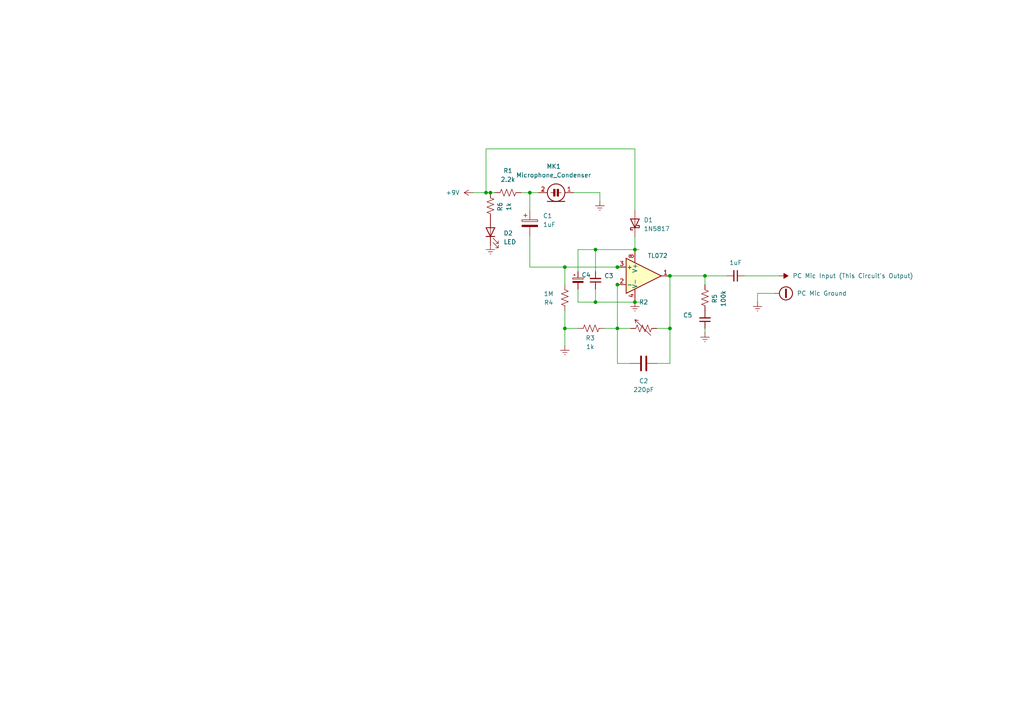
<source format=kicad_sch>
(kicad_sch
	(version 20250114)
	(generator "eeschema")
	(generator_version "9.0")
	(uuid "678531e7-eeee-471f-8438-12678a21b69b")
	(paper "A4")
	(lib_symbols
		(symbol "Amplifier_Operational:TL072"
			(pin_names
				(offset 0.127)
			)
			(exclude_from_sim no)
			(in_bom yes)
			(on_board yes)
			(property "Reference" "U"
				(at 0 5.08 0)
				(effects
					(font
						(size 1.27 1.27)
					)
					(justify left)
				)
			)
			(property "Value" "TL072"
				(at 0 -5.08 0)
				(effects
					(font
						(size 1.27 1.27)
					)
					(justify left)
				)
			)
			(property "Footprint" ""
				(at 0 0 0)
				(effects
					(font
						(size 1.27 1.27)
					)
					(hide yes)
				)
			)
			(property "Datasheet" "http://www.ti.com/lit/ds/symlink/tl071.pdf"
				(at 0 0 0)
				(effects
					(font
						(size 1.27 1.27)
					)
					(hide yes)
				)
			)
			(property "Description" "Dual Low-Noise JFET-Input Operational Amplifiers, DIP-8/SOIC-8"
				(at 0 0 0)
				(effects
					(font
						(size 1.27 1.27)
					)
					(hide yes)
				)
			)
			(property "ki_locked" ""
				(at 0 0 0)
				(effects
					(font
						(size 1.27 1.27)
					)
				)
			)
			(property "ki_keywords" "dual opamp"
				(at 0 0 0)
				(effects
					(font
						(size 1.27 1.27)
					)
					(hide yes)
				)
			)
			(property "ki_fp_filters" "SOIC*3.9x4.9mm*P1.27mm* DIP*W7.62mm* TO*99* OnSemi*Micro8* TSSOP*3x3mm*P0.65mm* TSSOP*4.4x3mm*P0.65mm* MSOP*3x3mm*P0.65mm* SSOP*3.9x4.9mm*P0.635mm* LFCSP*2x2mm*P0.5mm* *SIP* SOIC*5.3x6.2mm*P1.27mm*"
				(at 0 0 0)
				(effects
					(font
						(size 1.27 1.27)
					)
					(hide yes)
				)
			)
			(symbol "TL072_1_1"
				(polyline
					(pts
						(xy -5.08 5.08) (xy 5.08 0) (xy -5.08 -5.08) (xy -5.08 5.08)
					)
					(stroke
						(width 0.254)
						(type default)
					)
					(fill
						(type background)
					)
				)
				(pin input line
					(at -7.62 2.54 0)
					(length 2.54)
					(name "+"
						(effects
							(font
								(size 1.27 1.27)
							)
						)
					)
					(number "3"
						(effects
							(font
								(size 1.27 1.27)
							)
						)
					)
				)
				(pin input line
					(at -7.62 -2.54 0)
					(length 2.54)
					(name "-"
						(effects
							(font
								(size 1.27 1.27)
							)
						)
					)
					(number "2"
						(effects
							(font
								(size 1.27 1.27)
							)
						)
					)
				)
				(pin output line
					(at 7.62 0 180)
					(length 2.54)
					(name "~"
						(effects
							(font
								(size 1.27 1.27)
							)
						)
					)
					(number "1"
						(effects
							(font
								(size 1.27 1.27)
							)
						)
					)
				)
			)
			(symbol "TL072_2_1"
				(polyline
					(pts
						(xy -5.08 5.08) (xy 5.08 0) (xy -5.08 -5.08) (xy -5.08 5.08)
					)
					(stroke
						(width 0.254)
						(type default)
					)
					(fill
						(type background)
					)
				)
				(pin input line
					(at -7.62 2.54 0)
					(length 2.54)
					(name "+"
						(effects
							(font
								(size 1.27 1.27)
							)
						)
					)
					(number "5"
						(effects
							(font
								(size 1.27 1.27)
							)
						)
					)
				)
				(pin input line
					(at -7.62 -2.54 0)
					(length 2.54)
					(name "-"
						(effects
							(font
								(size 1.27 1.27)
							)
						)
					)
					(number "6"
						(effects
							(font
								(size 1.27 1.27)
							)
						)
					)
				)
				(pin output line
					(at 7.62 0 180)
					(length 2.54)
					(name "~"
						(effects
							(font
								(size 1.27 1.27)
							)
						)
					)
					(number "7"
						(effects
							(font
								(size 1.27 1.27)
							)
						)
					)
				)
			)
			(symbol "TL072_3_1"
				(pin power_in line
					(at -2.54 7.62 270)
					(length 3.81)
					(name "V+"
						(effects
							(font
								(size 1.27 1.27)
							)
						)
					)
					(number "8"
						(effects
							(font
								(size 1.27 1.27)
							)
						)
					)
				)
				(pin power_in line
					(at -2.54 -7.62 90)
					(length 3.81)
					(name "V-"
						(effects
							(font
								(size 1.27 1.27)
							)
						)
					)
					(number "4"
						(effects
							(font
								(size 1.27 1.27)
							)
						)
					)
				)
			)
			(embedded_fonts no)
		)
		(symbol "Device:C"
			(pin_numbers
				(hide yes)
			)
			(pin_names
				(offset 0.254)
			)
			(exclude_from_sim no)
			(in_bom yes)
			(on_board yes)
			(property "Reference" "C"
				(at 0.635 2.54 0)
				(effects
					(font
						(size 1.27 1.27)
					)
					(justify left)
				)
			)
			(property "Value" "C"
				(at 0.635 -2.54 0)
				(effects
					(font
						(size 1.27 1.27)
					)
					(justify left)
				)
			)
			(property "Footprint" ""
				(at 0.9652 -3.81 0)
				(effects
					(font
						(size 1.27 1.27)
					)
					(hide yes)
				)
			)
			(property "Datasheet" "~"
				(at 0 0 0)
				(effects
					(font
						(size 1.27 1.27)
					)
					(hide yes)
				)
			)
			(property "Description" "Unpolarized capacitor"
				(at 0 0 0)
				(effects
					(font
						(size 1.27 1.27)
					)
					(hide yes)
				)
			)
			(property "ki_keywords" "cap capacitor"
				(at 0 0 0)
				(effects
					(font
						(size 1.27 1.27)
					)
					(hide yes)
				)
			)
			(property "ki_fp_filters" "C_*"
				(at 0 0 0)
				(effects
					(font
						(size 1.27 1.27)
					)
					(hide yes)
				)
			)
			(symbol "C_0_1"
				(polyline
					(pts
						(xy -2.032 0.762) (xy 2.032 0.762)
					)
					(stroke
						(width 0.508)
						(type default)
					)
					(fill
						(type none)
					)
				)
				(polyline
					(pts
						(xy -2.032 -0.762) (xy 2.032 -0.762)
					)
					(stroke
						(width 0.508)
						(type default)
					)
					(fill
						(type none)
					)
				)
			)
			(symbol "C_1_1"
				(pin passive line
					(at 0 3.81 270)
					(length 2.794)
					(name "~"
						(effects
							(font
								(size 1.27 1.27)
							)
						)
					)
					(number "1"
						(effects
							(font
								(size 1.27 1.27)
							)
						)
					)
				)
				(pin passive line
					(at 0 -3.81 90)
					(length 2.794)
					(name "~"
						(effects
							(font
								(size 1.27 1.27)
							)
						)
					)
					(number "2"
						(effects
							(font
								(size 1.27 1.27)
							)
						)
					)
				)
			)
			(embedded_fonts no)
		)
		(symbol "Device:C_Polarized"
			(pin_numbers
				(hide yes)
			)
			(pin_names
				(offset 0.254)
			)
			(exclude_from_sim no)
			(in_bom yes)
			(on_board yes)
			(property "Reference" "C"
				(at 0.635 2.54 0)
				(effects
					(font
						(size 1.27 1.27)
					)
					(justify left)
				)
			)
			(property "Value" "C_Polarized"
				(at 0.635 -2.54 0)
				(effects
					(font
						(size 1.27 1.27)
					)
					(justify left)
				)
			)
			(property "Footprint" ""
				(at 0.9652 -3.81 0)
				(effects
					(font
						(size 1.27 1.27)
					)
					(hide yes)
				)
			)
			(property "Datasheet" "~"
				(at 0 0 0)
				(effects
					(font
						(size 1.27 1.27)
					)
					(hide yes)
				)
			)
			(property "Description" "Polarized capacitor"
				(at 0 0 0)
				(effects
					(font
						(size 1.27 1.27)
					)
					(hide yes)
				)
			)
			(property "ki_keywords" "cap capacitor"
				(at 0 0 0)
				(effects
					(font
						(size 1.27 1.27)
					)
					(hide yes)
				)
			)
			(property "ki_fp_filters" "CP_*"
				(at 0 0 0)
				(effects
					(font
						(size 1.27 1.27)
					)
					(hide yes)
				)
			)
			(symbol "C_Polarized_0_1"
				(rectangle
					(start -2.286 0.508)
					(end 2.286 1.016)
					(stroke
						(width 0)
						(type default)
					)
					(fill
						(type none)
					)
				)
				(polyline
					(pts
						(xy -1.778 2.286) (xy -0.762 2.286)
					)
					(stroke
						(width 0)
						(type default)
					)
					(fill
						(type none)
					)
				)
				(polyline
					(pts
						(xy -1.27 2.794) (xy -1.27 1.778)
					)
					(stroke
						(width 0)
						(type default)
					)
					(fill
						(type none)
					)
				)
				(rectangle
					(start 2.286 -0.508)
					(end -2.286 -1.016)
					(stroke
						(width 0)
						(type default)
					)
					(fill
						(type outline)
					)
				)
			)
			(symbol "C_Polarized_1_1"
				(pin passive line
					(at 0 3.81 270)
					(length 2.794)
					(name "~"
						(effects
							(font
								(size 1.27 1.27)
							)
						)
					)
					(number "1"
						(effects
							(font
								(size 1.27 1.27)
							)
						)
					)
				)
				(pin passive line
					(at 0 -3.81 90)
					(length 2.794)
					(name "~"
						(effects
							(font
								(size 1.27 1.27)
							)
						)
					)
					(number "2"
						(effects
							(font
								(size 1.27 1.27)
							)
						)
					)
				)
			)
			(embedded_fonts no)
		)
		(symbol "Device:C_Polarized_Small"
			(pin_numbers
				(hide yes)
			)
			(pin_names
				(offset 0.254)
				(hide yes)
			)
			(exclude_from_sim no)
			(in_bom yes)
			(on_board yes)
			(property "Reference" "C"
				(at 0.254 1.778 0)
				(effects
					(font
						(size 1.27 1.27)
					)
					(justify left)
				)
			)
			(property "Value" "C_Polarized_Small"
				(at 0.254 -2.032 0)
				(effects
					(font
						(size 1.27 1.27)
					)
					(justify left)
				)
			)
			(property "Footprint" ""
				(at 0 0 0)
				(effects
					(font
						(size 1.27 1.27)
					)
					(hide yes)
				)
			)
			(property "Datasheet" "~"
				(at 0 0 0)
				(effects
					(font
						(size 1.27 1.27)
					)
					(hide yes)
				)
			)
			(property "Description" "Polarized capacitor, small symbol"
				(at 0 0 0)
				(effects
					(font
						(size 1.27 1.27)
					)
					(hide yes)
				)
			)
			(property "ki_keywords" "cap capacitor"
				(at 0 0 0)
				(effects
					(font
						(size 1.27 1.27)
					)
					(hide yes)
				)
			)
			(property "ki_fp_filters" "CP_*"
				(at 0 0 0)
				(effects
					(font
						(size 1.27 1.27)
					)
					(hide yes)
				)
			)
			(symbol "C_Polarized_Small_0_1"
				(rectangle
					(start -1.524 0.6858)
					(end 1.524 0.3048)
					(stroke
						(width 0)
						(type default)
					)
					(fill
						(type none)
					)
				)
				(rectangle
					(start -1.524 -0.3048)
					(end 1.524 -0.6858)
					(stroke
						(width 0)
						(type default)
					)
					(fill
						(type outline)
					)
				)
				(polyline
					(pts
						(xy -1.27 1.524) (xy -0.762 1.524)
					)
					(stroke
						(width 0)
						(type default)
					)
					(fill
						(type none)
					)
				)
				(polyline
					(pts
						(xy -1.016 1.27) (xy -1.016 1.778)
					)
					(stroke
						(width 0)
						(type default)
					)
					(fill
						(type none)
					)
				)
			)
			(symbol "C_Polarized_Small_1_1"
				(pin passive line
					(at 0 2.54 270)
					(length 1.8542)
					(name "~"
						(effects
							(font
								(size 1.27 1.27)
							)
						)
					)
					(number "1"
						(effects
							(font
								(size 1.27 1.27)
							)
						)
					)
				)
				(pin passive line
					(at 0 -2.54 90)
					(length 1.8542)
					(name "~"
						(effects
							(font
								(size 1.27 1.27)
							)
						)
					)
					(number "2"
						(effects
							(font
								(size 1.27 1.27)
							)
						)
					)
				)
			)
			(embedded_fonts no)
		)
		(symbol "Device:C_Small"
			(pin_numbers
				(hide yes)
			)
			(pin_names
				(offset 0.254)
				(hide yes)
			)
			(exclude_from_sim no)
			(in_bom yes)
			(on_board yes)
			(property "Reference" "C"
				(at 0.254 1.778 0)
				(effects
					(font
						(size 1.27 1.27)
					)
					(justify left)
				)
			)
			(property "Value" "C_Small"
				(at 0.254 -2.032 0)
				(effects
					(font
						(size 1.27 1.27)
					)
					(justify left)
				)
			)
			(property "Footprint" ""
				(at 0 0 0)
				(effects
					(font
						(size 1.27 1.27)
					)
					(hide yes)
				)
			)
			(property "Datasheet" "~"
				(at 0 0 0)
				(effects
					(font
						(size 1.27 1.27)
					)
					(hide yes)
				)
			)
			(property "Description" "Unpolarized capacitor, small symbol"
				(at 0 0 0)
				(effects
					(font
						(size 1.27 1.27)
					)
					(hide yes)
				)
			)
			(property "ki_keywords" "capacitor cap"
				(at 0 0 0)
				(effects
					(font
						(size 1.27 1.27)
					)
					(hide yes)
				)
			)
			(property "ki_fp_filters" "C_*"
				(at 0 0 0)
				(effects
					(font
						(size 1.27 1.27)
					)
					(hide yes)
				)
			)
			(symbol "C_Small_0_1"
				(polyline
					(pts
						(xy -1.524 0.508) (xy 1.524 0.508)
					)
					(stroke
						(width 0.3048)
						(type default)
					)
					(fill
						(type none)
					)
				)
				(polyline
					(pts
						(xy -1.524 -0.508) (xy 1.524 -0.508)
					)
					(stroke
						(width 0.3302)
						(type default)
					)
					(fill
						(type none)
					)
				)
			)
			(symbol "C_Small_1_1"
				(pin passive line
					(at 0 2.54 270)
					(length 2.032)
					(name "~"
						(effects
							(font
								(size 1.27 1.27)
							)
						)
					)
					(number "1"
						(effects
							(font
								(size 1.27 1.27)
							)
						)
					)
				)
				(pin passive line
					(at 0 -2.54 90)
					(length 2.032)
					(name "~"
						(effects
							(font
								(size 1.27 1.27)
							)
						)
					)
					(number "2"
						(effects
							(font
								(size 1.27 1.27)
							)
						)
					)
				)
			)
			(embedded_fonts no)
		)
		(symbol "Device:LED"
			(pin_numbers
				(hide yes)
			)
			(pin_names
				(offset 1.016)
				(hide yes)
			)
			(exclude_from_sim no)
			(in_bom yes)
			(on_board yes)
			(property "Reference" "D"
				(at 0 2.54 0)
				(effects
					(font
						(size 1.27 1.27)
					)
				)
			)
			(property "Value" "LED"
				(at 0 -2.54 0)
				(effects
					(font
						(size 1.27 1.27)
					)
				)
			)
			(property "Footprint" ""
				(at 0 0 0)
				(effects
					(font
						(size 1.27 1.27)
					)
					(hide yes)
				)
			)
			(property "Datasheet" "~"
				(at 0 0 0)
				(effects
					(font
						(size 1.27 1.27)
					)
					(hide yes)
				)
			)
			(property "Description" "Light emitting diode"
				(at 0 0 0)
				(effects
					(font
						(size 1.27 1.27)
					)
					(hide yes)
				)
			)
			(property "Sim.Pins" "1=K 2=A"
				(at 0 0 0)
				(effects
					(font
						(size 1.27 1.27)
					)
					(hide yes)
				)
			)
			(property "ki_keywords" "LED diode"
				(at 0 0 0)
				(effects
					(font
						(size 1.27 1.27)
					)
					(hide yes)
				)
			)
			(property "ki_fp_filters" "LED* LED_SMD:* LED_THT:*"
				(at 0 0 0)
				(effects
					(font
						(size 1.27 1.27)
					)
					(hide yes)
				)
			)
			(symbol "LED_0_1"
				(polyline
					(pts
						(xy -3.048 -0.762) (xy -4.572 -2.286) (xy -3.81 -2.286) (xy -4.572 -2.286) (xy -4.572 -1.524)
					)
					(stroke
						(width 0)
						(type default)
					)
					(fill
						(type none)
					)
				)
				(polyline
					(pts
						(xy -1.778 -0.762) (xy -3.302 -2.286) (xy -2.54 -2.286) (xy -3.302 -2.286) (xy -3.302 -1.524)
					)
					(stroke
						(width 0)
						(type default)
					)
					(fill
						(type none)
					)
				)
				(polyline
					(pts
						(xy -1.27 0) (xy 1.27 0)
					)
					(stroke
						(width 0)
						(type default)
					)
					(fill
						(type none)
					)
				)
				(polyline
					(pts
						(xy -1.27 -1.27) (xy -1.27 1.27)
					)
					(stroke
						(width 0.254)
						(type default)
					)
					(fill
						(type none)
					)
				)
				(polyline
					(pts
						(xy 1.27 -1.27) (xy 1.27 1.27) (xy -1.27 0) (xy 1.27 -1.27)
					)
					(stroke
						(width 0.254)
						(type default)
					)
					(fill
						(type none)
					)
				)
			)
			(symbol "LED_1_1"
				(pin passive line
					(at -3.81 0 0)
					(length 2.54)
					(name "K"
						(effects
							(font
								(size 1.27 1.27)
							)
						)
					)
					(number "1"
						(effects
							(font
								(size 1.27 1.27)
							)
						)
					)
				)
				(pin passive line
					(at 3.81 0 180)
					(length 2.54)
					(name "A"
						(effects
							(font
								(size 1.27 1.27)
							)
						)
					)
					(number "2"
						(effects
							(font
								(size 1.27 1.27)
							)
						)
					)
				)
			)
			(embedded_fonts no)
		)
		(symbol "Device:Microphone_Condenser"
			(pin_names
				(offset 0.0254)
				(hide yes)
			)
			(exclude_from_sim no)
			(in_bom yes)
			(on_board yes)
			(property "Reference" "MK"
				(at -3.302 1.27 0)
				(effects
					(font
						(size 1.27 1.27)
					)
					(justify right)
				)
			)
			(property "Value" "Microphone_Condenser"
				(at -3.302 -0.635 0)
				(effects
					(font
						(size 1.27 1.27)
					)
					(justify right)
				)
			)
			(property "Footprint" ""
				(at 0 2.54 90)
				(effects
					(font
						(size 1.27 1.27)
					)
					(hide yes)
				)
			)
			(property "Datasheet" "~"
				(at 0 2.54 90)
				(effects
					(font
						(size 1.27 1.27)
					)
					(hide yes)
				)
			)
			(property "Description" "Condenser microphone"
				(at 0 0 0)
				(effects
					(font
						(size 1.27 1.27)
					)
					(hide yes)
				)
			)
			(property "ki_keywords" "capacitance condenser microphone"
				(at 0 0 0)
				(effects
					(font
						(size 1.27 1.27)
					)
					(hide yes)
				)
			)
			(symbol "Microphone_Condenser_0_1"
				(polyline
					(pts
						(xy -2.54 2.54) (xy -2.54 -2.54)
					)
					(stroke
						(width 0.254)
						(type default)
					)
					(fill
						(type none)
					)
				)
				(polyline
					(pts
						(xy 0 0.762) (xy 0 1.524)
					)
					(stroke
						(width 0)
						(type default)
					)
					(fill
						(type none)
					)
				)
				(circle
					(center 0 0)
					(radius 2.54)
					(stroke
						(width 0.254)
						(type default)
					)
					(fill
						(type none)
					)
				)
				(polyline
					(pts
						(xy 0 -0.762) (xy 0 -1.524)
					)
					(stroke
						(width 0)
						(type default)
					)
					(fill
						(type none)
					)
				)
				(polyline
					(pts
						(xy 0.254 3.81) (xy 0.762 3.81)
					)
					(stroke
						(width 0)
						(type default)
					)
					(fill
						(type none)
					)
				)
				(polyline
					(pts
						(xy 0.508 4.064) (xy 0.508 3.556)
					)
					(stroke
						(width 0)
						(type default)
					)
					(fill
						(type none)
					)
				)
				(rectangle
					(start 1.016 0.762)
					(end -1.016 0.254)
					(stroke
						(width 0)
						(type default)
					)
					(fill
						(type outline)
					)
				)
				(rectangle
					(start 1.016 -0.254)
					(end -1.016 -0.762)
					(stroke
						(width 0)
						(type default)
					)
					(fill
						(type outline)
					)
				)
			)
			(symbol "Microphone_Condenser_1_1"
				(pin passive line
					(at 0 5.08 270)
					(length 2.54)
					(name "+"
						(effects
							(font
								(size 1.27 1.27)
							)
						)
					)
					(number "2"
						(effects
							(font
								(size 1.27 1.27)
							)
						)
					)
				)
				(pin passive line
					(at 0 -5.08 90)
					(length 2.54)
					(name "-"
						(effects
							(font
								(size 1.27 1.27)
							)
						)
					)
					(number "1"
						(effects
							(font
								(size 1.27 1.27)
							)
						)
					)
				)
			)
			(embedded_fonts no)
		)
		(symbol "Device:R_US"
			(pin_numbers
				(hide yes)
			)
			(pin_names
				(offset 0)
			)
			(exclude_from_sim no)
			(in_bom yes)
			(on_board yes)
			(property "Reference" "R"
				(at 2.54 0 90)
				(effects
					(font
						(size 1.27 1.27)
					)
				)
			)
			(property "Value" "R_US"
				(at -2.54 0 90)
				(effects
					(font
						(size 1.27 1.27)
					)
				)
			)
			(property "Footprint" ""
				(at 1.016 -0.254 90)
				(effects
					(font
						(size 1.27 1.27)
					)
					(hide yes)
				)
			)
			(property "Datasheet" "~"
				(at 0 0 0)
				(effects
					(font
						(size 1.27 1.27)
					)
					(hide yes)
				)
			)
			(property "Description" "Resistor, US symbol"
				(at 0 0 0)
				(effects
					(font
						(size 1.27 1.27)
					)
					(hide yes)
				)
			)
			(property "ki_keywords" "R res resistor"
				(at 0 0 0)
				(effects
					(font
						(size 1.27 1.27)
					)
					(hide yes)
				)
			)
			(property "ki_fp_filters" "R_*"
				(at 0 0 0)
				(effects
					(font
						(size 1.27 1.27)
					)
					(hide yes)
				)
			)
			(symbol "R_US_0_1"
				(polyline
					(pts
						(xy 0 2.286) (xy 0 2.54)
					)
					(stroke
						(width 0)
						(type default)
					)
					(fill
						(type none)
					)
				)
				(polyline
					(pts
						(xy 0 2.286) (xy 1.016 1.905) (xy 0 1.524) (xy -1.016 1.143) (xy 0 0.762)
					)
					(stroke
						(width 0)
						(type default)
					)
					(fill
						(type none)
					)
				)
				(polyline
					(pts
						(xy 0 0.762) (xy 1.016 0.381) (xy 0 0) (xy -1.016 -0.381) (xy 0 -0.762)
					)
					(stroke
						(width 0)
						(type default)
					)
					(fill
						(type none)
					)
				)
				(polyline
					(pts
						(xy 0 -0.762) (xy 1.016 -1.143) (xy 0 -1.524) (xy -1.016 -1.905) (xy 0 -2.286)
					)
					(stroke
						(width 0)
						(type default)
					)
					(fill
						(type none)
					)
				)
				(polyline
					(pts
						(xy 0 -2.286) (xy 0 -2.54)
					)
					(stroke
						(width 0)
						(type default)
					)
					(fill
						(type none)
					)
				)
			)
			(symbol "R_US_1_1"
				(pin passive line
					(at 0 3.81 270)
					(length 1.27)
					(name "~"
						(effects
							(font
								(size 1.27 1.27)
							)
						)
					)
					(number "1"
						(effects
							(font
								(size 1.27 1.27)
							)
						)
					)
				)
				(pin passive line
					(at 0 -3.81 90)
					(length 1.27)
					(name "~"
						(effects
							(font
								(size 1.27 1.27)
							)
						)
					)
					(number "2"
						(effects
							(font
								(size 1.27 1.27)
							)
						)
					)
				)
			)
			(embedded_fonts no)
		)
		(symbol "Device:R_Variable_US"
			(pin_numbers
				(hide yes)
			)
			(pin_names
				(offset 0)
			)
			(exclude_from_sim no)
			(in_bom yes)
			(on_board yes)
			(property "Reference" "R"
				(at 2.54 -2.54 90)
				(effects
					(font
						(size 1.27 1.27)
					)
					(justify left)
				)
			)
			(property "Value" "R_Variable_US"
				(at -2.54 -1.27 90)
				(effects
					(font
						(size 1.27 1.27)
					)
					(justify left)
				)
			)
			(property "Footprint" ""
				(at -1.778 0 90)
				(effects
					(font
						(size 1.27 1.27)
					)
					(hide yes)
				)
			)
			(property "Datasheet" "~"
				(at 0 0 0)
				(effects
					(font
						(size 1.27 1.27)
					)
					(hide yes)
				)
			)
			(property "Description" "Variable resistor, US symbol"
				(at 0 0 0)
				(effects
					(font
						(size 1.27 1.27)
					)
					(hide yes)
				)
			)
			(property "ki_keywords" "R res resistor variable potentiometer rheostat"
				(at 0 0 0)
				(effects
					(font
						(size 1.27 1.27)
					)
					(hide yes)
				)
			)
			(property "ki_fp_filters" "R_*"
				(at 0 0 0)
				(effects
					(font
						(size 1.27 1.27)
					)
					(hide yes)
				)
			)
			(symbol "R_Variable_US_0_1"
				(polyline
					(pts
						(xy 0 2.286) (xy 0 2.54)
					)
					(stroke
						(width 0)
						(type default)
					)
					(fill
						(type none)
					)
				)
				(polyline
					(pts
						(xy 0 2.286) (xy 1.016 1.905) (xy 0 1.524) (xy -1.016 1.143) (xy 0 0.762)
					)
					(stroke
						(width 0.1524)
						(type default)
					)
					(fill
						(type none)
					)
				)
				(polyline
					(pts
						(xy 0 0.762) (xy 1.016 0.381) (xy 0 0) (xy -1.016 -0.381) (xy 0 -0.762)
					)
					(stroke
						(width 0)
						(type default)
					)
					(fill
						(type none)
					)
				)
				(polyline
					(pts
						(xy 0 -0.762) (xy 1.016 -1.143) (xy 0 -1.524) (xy -1.016 -1.905) (xy 0 -2.286)
					)
					(stroke
						(width 0)
						(type default)
					)
					(fill
						(type none)
					)
				)
				(polyline
					(pts
						(xy 0 -2.286) (xy 0 -2.54)
					)
					(stroke
						(width 0)
						(type default)
					)
					(fill
						(type none)
					)
				)
				(polyline
					(pts
						(xy 2.286 1.524) (xy 2.54 2.54) (xy 1.524 2.286) (xy 2.54 2.54) (xy -2.032 -2.032)
					)
					(stroke
						(width 0.1524)
						(type default)
					)
					(fill
						(type none)
					)
				)
			)
			(symbol "R_Variable_US_1_1"
				(pin passive line
					(at 0 3.81 270)
					(length 1.27)
					(name "~"
						(effects
							(font
								(size 1.27 1.27)
							)
						)
					)
					(number "1"
						(effects
							(font
								(size 1.27 1.27)
							)
						)
					)
				)
				(pin passive line
					(at 0 -3.81 90)
					(length 1.27)
					(name "~"
						(effects
							(font
								(size 1.27 1.27)
							)
						)
					)
					(number "2"
						(effects
							(font
								(size 1.27 1.27)
							)
						)
					)
				)
			)
			(embedded_fonts no)
		)
		(symbol "Diode:1N5817"
			(pin_numbers
				(hide yes)
			)
			(pin_names
				(offset 1.016)
				(hide yes)
			)
			(exclude_from_sim no)
			(in_bom yes)
			(on_board yes)
			(property "Reference" "D"
				(at 0 2.54 0)
				(effects
					(font
						(size 1.27 1.27)
					)
				)
			)
			(property "Value" "1N5817"
				(at 0 -2.54 0)
				(effects
					(font
						(size 1.27 1.27)
					)
				)
			)
			(property "Footprint" "Diode_THT:D_DO-41_SOD81_P10.16mm_Horizontal"
				(at 0 -4.445 0)
				(effects
					(font
						(size 1.27 1.27)
					)
					(hide yes)
				)
			)
			(property "Datasheet" "http://www.vishay.com/docs/88525/1n5817.pdf"
				(at 0 0 0)
				(effects
					(font
						(size 1.27 1.27)
					)
					(hide yes)
				)
			)
			(property "Description" "20V 1A Schottky Barrier Rectifier Diode, DO-41"
				(at 0 0 0)
				(effects
					(font
						(size 1.27 1.27)
					)
					(hide yes)
				)
			)
			(property "ki_keywords" "diode Schottky"
				(at 0 0 0)
				(effects
					(font
						(size 1.27 1.27)
					)
					(hide yes)
				)
			)
			(property "ki_fp_filters" "D*DO?41*"
				(at 0 0 0)
				(effects
					(font
						(size 1.27 1.27)
					)
					(hide yes)
				)
			)
			(symbol "1N5817_0_1"
				(polyline
					(pts
						(xy -1.905 0.635) (xy -1.905 1.27) (xy -1.27 1.27) (xy -1.27 -1.27) (xy -0.635 -1.27) (xy -0.635 -0.635)
					)
					(stroke
						(width 0.254)
						(type default)
					)
					(fill
						(type none)
					)
				)
				(polyline
					(pts
						(xy 1.27 1.27) (xy 1.27 -1.27) (xy -1.27 0) (xy 1.27 1.27)
					)
					(stroke
						(width 0.254)
						(type default)
					)
					(fill
						(type none)
					)
				)
				(polyline
					(pts
						(xy 1.27 0) (xy -1.27 0)
					)
					(stroke
						(width 0)
						(type default)
					)
					(fill
						(type none)
					)
				)
			)
			(symbol "1N5817_1_1"
				(pin passive line
					(at -3.81 0 0)
					(length 2.54)
					(name "K"
						(effects
							(font
								(size 1.27 1.27)
							)
						)
					)
					(number "1"
						(effects
							(font
								(size 1.27 1.27)
							)
						)
					)
				)
				(pin passive line
					(at 3.81 0 180)
					(length 2.54)
					(name "A"
						(effects
							(font
								(size 1.27 1.27)
							)
						)
					)
					(number "2"
						(effects
							(font
								(size 1.27 1.27)
							)
						)
					)
				)
			)
			(embedded_fonts no)
		)
		(symbol "power:+9V"
			(power)
			(pin_numbers
				(hide yes)
			)
			(pin_names
				(offset 0)
				(hide yes)
			)
			(exclude_from_sim no)
			(in_bom yes)
			(on_board yes)
			(property "Reference" "#PWR"
				(at 0 -3.81 0)
				(effects
					(font
						(size 1.27 1.27)
					)
					(hide yes)
				)
			)
			(property "Value" "+9V"
				(at 0 3.556 0)
				(effects
					(font
						(size 1.27 1.27)
					)
				)
			)
			(property "Footprint" ""
				(at 0 0 0)
				(effects
					(font
						(size 1.27 1.27)
					)
					(hide yes)
				)
			)
			(property "Datasheet" ""
				(at 0 0 0)
				(effects
					(font
						(size 1.27 1.27)
					)
					(hide yes)
				)
			)
			(property "Description" "Power symbol creates a global label with name \"+9V\""
				(at 0 0 0)
				(effects
					(font
						(size 1.27 1.27)
					)
					(hide yes)
				)
			)
			(property "ki_keywords" "global power"
				(at 0 0 0)
				(effects
					(font
						(size 1.27 1.27)
					)
					(hide yes)
				)
			)
			(symbol "+9V_0_1"
				(polyline
					(pts
						(xy -0.762 1.27) (xy 0 2.54)
					)
					(stroke
						(width 0)
						(type default)
					)
					(fill
						(type none)
					)
				)
				(polyline
					(pts
						(xy 0 2.54) (xy 0.762 1.27)
					)
					(stroke
						(width 0)
						(type default)
					)
					(fill
						(type none)
					)
				)
				(polyline
					(pts
						(xy 0 0) (xy 0 2.54)
					)
					(stroke
						(width 0)
						(type default)
					)
					(fill
						(type none)
					)
				)
			)
			(symbol "+9V_1_1"
				(pin power_in line
					(at 0 0 90)
					(length 0)
					(name "~"
						(effects
							(font
								(size 1.27 1.27)
							)
						)
					)
					(number "1"
						(effects
							(font
								(size 1.27 1.27)
							)
						)
					)
				)
			)
			(embedded_fonts no)
		)
		(symbol "power:-6V"
			(power)
			(pin_numbers
				(hide yes)
			)
			(pin_names
				(offset 0)
				(hide yes)
			)
			(exclude_from_sim no)
			(in_bom yes)
			(on_board yes)
			(property "Reference" "#PWR"
				(at 0 -3.81 0)
				(effects
					(font
						(size 1.27 1.27)
					)
					(hide yes)
				)
			)
			(property "Value" "-6V"
				(at 0 3.556 0)
				(effects
					(font
						(size 1.27 1.27)
					)
				)
			)
			(property "Footprint" ""
				(at 0 0 0)
				(effects
					(font
						(size 1.27 1.27)
					)
					(hide yes)
				)
			)
			(property "Datasheet" ""
				(at 0 0 0)
				(effects
					(font
						(size 1.27 1.27)
					)
					(hide yes)
				)
			)
			(property "Description" "Power symbol creates a global label with name \"-6V\""
				(at 0 0 0)
				(effects
					(font
						(size 1.27 1.27)
					)
					(hide yes)
				)
			)
			(property "ki_keywords" "global power"
				(at 0 0 0)
				(effects
					(font
						(size 1.27 1.27)
					)
					(hide yes)
				)
			)
			(symbol "-6V_0_0"
				(pin power_in line
					(at 0 0 90)
					(length 0)
					(name "~"
						(effects
							(font
								(size 1.27 1.27)
							)
						)
					)
					(number "1"
						(effects
							(font
								(size 1.27 1.27)
							)
						)
					)
				)
			)
			(symbol "-6V_0_1"
				(polyline
					(pts
						(xy 0 0) (xy 0 1.27) (xy 0.762 1.27) (xy 0 2.54) (xy -0.762 1.27) (xy 0 1.27)
					)
					(stroke
						(width 0)
						(type default)
					)
					(fill
						(type outline)
					)
				)
			)
			(embedded_fonts no)
		)
		(symbol "power:-VDC"
			(power)
			(pin_numbers
				(hide yes)
			)
			(pin_names
				(offset 0)
				(hide yes)
			)
			(exclude_from_sim no)
			(in_bom yes)
			(on_board yes)
			(property "Reference" "#PWR"
				(at 0 -2.54 0)
				(effects
					(font
						(size 1.27 1.27)
					)
					(hide yes)
				)
			)
			(property "Value" "-VDC"
				(at 0 6.35 0)
				(effects
					(font
						(size 1.27 1.27)
					)
				)
			)
			(property "Footprint" ""
				(at 0 0 0)
				(effects
					(font
						(size 1.27 1.27)
					)
					(hide yes)
				)
			)
			(property "Datasheet" ""
				(at 0 0 0)
				(effects
					(font
						(size 1.27 1.27)
					)
					(hide yes)
				)
			)
			(property "Description" "Power symbol creates a global label with name \"-VDC\""
				(at 0 0 0)
				(effects
					(font
						(size 1.27 1.27)
					)
					(hide yes)
				)
			)
			(property "ki_keywords" "global power"
				(at 0 0 0)
				(effects
					(font
						(size 1.27 1.27)
					)
					(hide yes)
				)
			)
			(symbol "-VDC_0_1"
				(polyline
					(pts
						(xy -1.143 3.175) (xy 1.143 3.175)
					)
					(stroke
						(width 0.508)
						(type default)
					)
					(fill
						(type none)
					)
				)
				(circle
					(center 0 3.175)
					(radius 1.905)
					(stroke
						(width 0.254)
						(type default)
					)
					(fill
						(type none)
					)
				)
				(polyline
					(pts
						(xy 0 0) (xy 0 1.27)
					)
					(stroke
						(width 0)
						(type default)
					)
					(fill
						(type none)
					)
				)
			)
			(symbol "-VDC_1_1"
				(pin power_in line
					(at 0 0 90)
					(length 0)
					(name "~"
						(effects
							(font
								(size 1.27 1.27)
							)
						)
					)
					(number "1"
						(effects
							(font
								(size 1.27 1.27)
							)
						)
					)
				)
			)
			(embedded_fonts no)
		)
		(symbol "power:Earth"
			(power)
			(pin_numbers
				(hide yes)
			)
			(pin_names
				(offset 0)
				(hide yes)
			)
			(exclude_from_sim no)
			(in_bom yes)
			(on_board yes)
			(property "Reference" "#PWR"
				(at 0 -6.35 0)
				(effects
					(font
						(size 1.27 1.27)
					)
					(hide yes)
				)
			)
			(property "Value" "Earth"
				(at 0 -3.81 0)
				(effects
					(font
						(size 1.27 1.27)
					)
				)
			)
			(property "Footprint" ""
				(at 0 0 0)
				(effects
					(font
						(size 1.27 1.27)
					)
					(hide yes)
				)
			)
			(property "Datasheet" "~"
				(at 0 0 0)
				(effects
					(font
						(size 1.27 1.27)
					)
					(hide yes)
				)
			)
			(property "Description" "Power symbol creates a global label with name \"Earth\""
				(at 0 0 0)
				(effects
					(font
						(size 1.27 1.27)
					)
					(hide yes)
				)
			)
			(property "ki_keywords" "global ground gnd"
				(at 0 0 0)
				(effects
					(font
						(size 1.27 1.27)
					)
					(hide yes)
				)
			)
			(symbol "Earth_0_1"
				(polyline
					(pts
						(xy -0.635 -1.905) (xy 0.635 -1.905)
					)
					(stroke
						(width 0)
						(type default)
					)
					(fill
						(type none)
					)
				)
				(polyline
					(pts
						(xy -0.127 -2.54) (xy 0.127 -2.54)
					)
					(stroke
						(width 0)
						(type default)
					)
					(fill
						(type none)
					)
				)
				(polyline
					(pts
						(xy 0 -1.27) (xy 0 0)
					)
					(stroke
						(width 0)
						(type default)
					)
					(fill
						(type none)
					)
				)
				(polyline
					(pts
						(xy 1.27 -1.27) (xy -1.27 -1.27)
					)
					(stroke
						(width 0)
						(type default)
					)
					(fill
						(type none)
					)
				)
			)
			(symbol "Earth_1_1"
				(pin power_in line
					(at 0 0 270)
					(length 0)
					(name "~"
						(effects
							(font
								(size 1.27 1.27)
							)
						)
					)
					(number "1"
						(effects
							(font
								(size 1.27 1.27)
							)
						)
					)
				)
			)
			(embedded_fonts no)
		)
	)
	(junction
		(at 179.07 95.25)
		(diameter 0)
		(color 0 0 0 0)
		(uuid "0941c7af-650b-4444-b531-5efc38ab3958")
	)
	(junction
		(at 179.07 77.47)
		(diameter 0)
		(color 0 0 0 0)
		(uuid "2900578c-ad37-44e5-a598-f68b41f4ab36")
	)
	(junction
		(at 184.15 72.39)
		(diameter 0)
		(color 0 0 0 0)
		(uuid "3963b6c2-ae6e-4ba8-8112-bc7417be0ea6")
	)
	(junction
		(at 204.47 80.01)
		(diameter 0)
		(color 0 0 0 0)
		(uuid "3ec755b1-f120-4ef2-89f1-eb07030e87f2")
	)
	(junction
		(at 140.97 55.88)
		(diameter 0)
		(color 0 0 0 0)
		(uuid "5bfb4452-5da1-42d5-8c93-c02ff689011c")
	)
	(junction
		(at 153.67 55.88)
		(diameter 0)
		(color 0 0 0 0)
		(uuid "7b5a6328-746a-44a1-b256-2537a500d563")
	)
	(junction
		(at 163.83 77.47)
		(diameter 0)
		(color 0 0 0 0)
		(uuid "7c109a7c-40c4-4832-b31e-766dd7037ff5")
	)
	(junction
		(at 163.83 95.25)
		(diameter 0)
		(color 0 0 0 0)
		(uuid "8eca8b48-b7f7-47cb-bc49-873d592a20b6")
	)
	(junction
		(at 172.72 72.39)
		(diameter 0)
		(color 0 0 0 0)
		(uuid "92b67a66-928c-4f84-a13a-79c679a07a56")
	)
	(junction
		(at 194.31 80.01)
		(diameter 0)
		(color 0 0 0 0)
		(uuid "c176f887-c3e0-430a-b59a-c232427c36cf")
	)
	(junction
		(at 179.07 82.55)
		(diameter 0)
		(color 0 0 0 0)
		(uuid "c81b63d5-b74f-4f86-859e-f78a7a754742")
	)
	(junction
		(at 184.15 87.63)
		(diameter 0)
		(color 0 0 0 0)
		(uuid "cf2a6d7f-bdda-4544-b9ff-b459c8fd4641")
	)
	(junction
		(at 142.24 55.88)
		(diameter 0)
		(color 0 0 0 0)
		(uuid "dbeb98aa-86e2-411e-b4d8-a6732c953c06")
	)
	(junction
		(at 172.72 87.63)
		(diameter 0)
		(color 0 0 0 0)
		(uuid "dd8d35b7-90eb-439c-880a-90f46250164d")
	)
	(junction
		(at 194.31 95.25)
		(diameter 0)
		(color 0 0 0 0)
		(uuid "fd97dd46-aedf-4b4c-9cd3-394eb58ef651")
	)
	(wire
		(pts
			(xy 153.67 68.58) (xy 153.67 77.47)
		)
		(stroke
			(width 0)
			(type default)
		)
		(uuid "086a6087-bd44-4b81-a73e-badc52c6a98a")
	)
	(wire
		(pts
			(xy 163.83 90.17) (xy 163.83 95.25)
		)
		(stroke
			(width 0)
			(type default)
		)
		(uuid "0aaef00d-1ce6-43eb-ac81-2bd873035975")
	)
	(wire
		(pts
			(xy 140.97 55.88) (xy 142.24 55.88)
		)
		(stroke
			(width 0)
			(type default)
		)
		(uuid "0d7adaba-3d0e-47ae-9c15-505c79f7cd05")
	)
	(wire
		(pts
			(xy 215.9 80.01) (xy 226.06 80.01)
		)
		(stroke
			(width 0)
			(type default)
		)
		(uuid "0f40fc3b-97c5-4089-aa24-d8035a010069")
	)
	(wire
		(pts
			(xy 204.47 82.55) (xy 204.47 80.01)
		)
		(stroke
			(width 0)
			(type default)
		)
		(uuid "13957b7f-696b-4eac-8b45-588bdcae1cf7")
	)
	(wire
		(pts
			(xy 151.13 55.88) (xy 153.67 55.88)
		)
		(stroke
			(width 0)
			(type default)
		)
		(uuid "1448d70b-6766-421d-a293-3c1bf7a34248")
	)
	(wire
		(pts
			(xy 153.67 77.47) (xy 163.83 77.47)
		)
		(stroke
			(width 0)
			(type default)
		)
		(uuid "166d0e3a-58db-4151-b325-97b954c4dc77")
	)
	(wire
		(pts
			(xy 172.72 72.39) (xy 184.15 72.39)
		)
		(stroke
			(width 0)
			(type default)
		)
		(uuid "25bb9fe6-373d-45c5-a970-8fcbc65d5f58")
	)
	(wire
		(pts
			(xy 194.31 80.01) (xy 194.31 95.25)
		)
		(stroke
			(width 0)
			(type default)
		)
		(uuid "2690ef1e-2235-4a53-b2c4-469ffca848cf")
	)
	(wire
		(pts
			(xy 219.71 85.09) (xy 219.71 87.63)
		)
		(stroke
			(width 0)
			(type default)
		)
		(uuid "2966d571-9a8d-4dbe-a127-203dc42707f4")
	)
	(wire
		(pts
			(xy 190.5 105.41) (xy 194.31 105.41)
		)
		(stroke
			(width 0)
			(type default)
		)
		(uuid "2c38c736-9795-4e6e-857d-a82710b6c75f")
	)
	(wire
		(pts
			(xy 153.67 55.88) (xy 156.21 55.88)
		)
		(stroke
			(width 0)
			(type default)
		)
		(uuid "2ed0e5f5-d687-444b-9c6f-6503bf74f157")
	)
	(wire
		(pts
			(xy 182.88 105.41) (xy 179.07 105.41)
		)
		(stroke
			(width 0)
			(type default)
		)
		(uuid "36c6c83e-e258-4908-9e4d-ff82660a2fde")
	)
	(wire
		(pts
			(xy 172.72 83.82) (xy 172.72 87.63)
		)
		(stroke
			(width 0)
			(type default)
		)
		(uuid "36cebd3c-0fa3-43c4-88a3-6712d12e7abd")
	)
	(wire
		(pts
			(xy 175.26 95.25) (xy 179.07 95.25)
		)
		(stroke
			(width 0)
			(type default)
		)
		(uuid "37dac32d-700f-4263-a087-0e729eab16bb")
	)
	(wire
		(pts
			(xy 167.64 87.63) (xy 172.72 87.63)
		)
		(stroke
			(width 0)
			(type default)
		)
		(uuid "47c00595-ff35-4bb7-bfb4-9e36ef41ea5e")
	)
	(wire
		(pts
			(xy 153.67 55.88) (xy 153.67 60.96)
		)
		(stroke
			(width 0)
			(type default)
		)
		(uuid "5221eb19-cc1c-4d7d-8504-547c509249c1")
	)
	(wire
		(pts
			(xy 142.24 55.88) (xy 143.51 55.88)
		)
		(stroke
			(width 0)
			(type default)
		)
		(uuid "5543addc-2653-4f22-bc2d-11265ed71117")
	)
	(wire
		(pts
			(xy 173.99 55.88) (xy 173.99 58.42)
		)
		(stroke
			(width 0)
			(type default)
		)
		(uuid "594b69d7-f21a-4362-b1d5-512cf2c743d3")
	)
	(wire
		(pts
			(xy 204.47 80.01) (xy 210.82 80.01)
		)
		(stroke
			(width 0)
			(type default)
		)
		(uuid "6526fab4-09de-4938-b1f1-65fd693bb219")
	)
	(wire
		(pts
			(xy 184.15 60.96) (xy 184.15 43.18)
		)
		(stroke
			(width 0)
			(type default)
		)
		(uuid "66f1e83d-3fa2-47c2-b737-47bce4755cd9")
	)
	(wire
		(pts
			(xy 194.31 95.25) (xy 194.31 105.41)
		)
		(stroke
			(width 0)
			(type default)
		)
		(uuid "7127a644-cdd5-4f01-afe4-0193c93539c9")
	)
	(wire
		(pts
			(xy 166.37 55.88) (xy 173.99 55.88)
		)
		(stroke
			(width 0)
			(type default)
		)
		(uuid "83bad5ed-7bb5-4289-89e7-b4c105da3aad")
	)
	(wire
		(pts
			(xy 179.07 82.55) (xy 179.07 95.25)
		)
		(stroke
			(width 0)
			(type default)
		)
		(uuid "8b429110-eb8a-4fea-ae39-5d26a0aa424c")
	)
	(wire
		(pts
			(xy 172.72 87.63) (xy 184.15 87.63)
		)
		(stroke
			(width 0)
			(type default)
		)
		(uuid "8c04b37a-511a-4e2a-a31c-d31942a74102")
	)
	(wire
		(pts
			(xy 224.79 85.09) (xy 219.71 85.09)
		)
		(stroke
			(width 0)
			(type default)
		)
		(uuid "919c0af1-da94-4f3e-bf5a-45e97b1f2d40")
	)
	(wire
		(pts
			(xy 204.47 95.25) (xy 204.47 96.52)
		)
		(stroke
			(width 0)
			(type default)
		)
		(uuid "941e827f-559c-475b-bdea-7995c148c13c")
	)
	(wire
		(pts
			(xy 140.97 43.18) (xy 140.97 55.88)
		)
		(stroke
			(width 0)
			(type default)
		)
		(uuid "98800378-0b97-4bf2-a41b-cf4ff79b424a")
	)
	(wire
		(pts
			(xy 179.07 77.47) (xy 181.61 77.47)
		)
		(stroke
			(width 0)
			(type default)
		)
		(uuid "99a9dd5c-601b-4c44-9e17-0dfa815025dc")
	)
	(wire
		(pts
			(xy 185.42 87.63) (xy 184.15 87.63)
		)
		(stroke
			(width 0)
			(type default)
		)
		(uuid "a6fc36ac-9210-47f6-821a-14cf5a8765ce")
	)
	(wire
		(pts
			(xy 180.34 82.55) (xy 179.07 82.55)
		)
		(stroke
			(width 0)
			(type default)
		)
		(uuid "aaead90c-880f-4de6-8345-ed7aada53e51")
	)
	(wire
		(pts
			(xy 184.15 43.18) (xy 140.97 43.18)
		)
		(stroke
			(width 0)
			(type default)
		)
		(uuid "af29e5b0-80b8-4afa-9403-1973be78d8d4")
	)
	(wire
		(pts
			(xy 167.64 78.74) (xy 167.64 72.39)
		)
		(stroke
			(width 0)
			(type default)
		)
		(uuid "b682739c-37dc-48ad-b718-b437257b58ce")
	)
	(wire
		(pts
			(xy 194.31 80.01) (xy 204.47 80.01)
		)
		(stroke
			(width 0)
			(type default)
		)
		(uuid "c0c32a2e-deda-452f-8f67-5d8ad5fb3bfc")
	)
	(wire
		(pts
			(xy 172.72 72.39) (xy 172.72 78.74)
		)
		(stroke
			(width 0)
			(type default)
		)
		(uuid "c934869f-14f0-4585-881b-0b651596ce79")
	)
	(wire
		(pts
			(xy 163.83 77.47) (xy 163.83 82.55)
		)
		(stroke
			(width 0)
			(type default)
		)
		(uuid "ca822678-6d2d-45e7-8243-912abae8521c")
	)
	(wire
		(pts
			(xy 163.83 95.25) (xy 163.83 100.33)
		)
		(stroke
			(width 0)
			(type default)
		)
		(uuid "ced35a94-1879-4c61-92da-73d4cb2d4207")
	)
	(wire
		(pts
			(xy 193.04 80.01) (xy 194.31 80.01)
		)
		(stroke
			(width 0)
			(type default)
		)
		(uuid "d270ed3f-892e-4a42-921f-9658c55d8835")
	)
	(wire
		(pts
			(xy 190.5 95.25) (xy 194.31 95.25)
		)
		(stroke
			(width 0)
			(type default)
		)
		(uuid "d5667a99-d477-4062-aae4-6d6d44d8a67e")
	)
	(wire
		(pts
			(xy 163.83 95.25) (xy 167.64 95.25)
		)
		(stroke
			(width 0)
			(type default)
		)
		(uuid "e85583c0-3302-4cf4-896b-6470519a8383")
	)
	(wire
		(pts
			(xy 167.64 72.39) (xy 172.72 72.39)
		)
		(stroke
			(width 0)
			(type default)
		)
		(uuid "e947567c-132e-4b2d-a46d-1258d5795ab3")
	)
	(wire
		(pts
			(xy 137.16 55.88) (xy 140.97 55.88)
		)
		(stroke
			(width 0)
			(type default)
		)
		(uuid "ed0c1f2a-7a22-4d46-8f17-f009384e9a7a")
	)
	(wire
		(pts
			(xy 163.83 77.47) (xy 179.07 77.47)
		)
		(stroke
			(width 0)
			(type default)
		)
		(uuid "eec23d08-233d-4319-a096-575fcec0f0e1")
	)
	(wire
		(pts
			(xy 185.42 72.39) (xy 184.15 72.39)
		)
		(stroke
			(width 0)
			(type default)
		)
		(uuid "f17e5c83-b562-4f7d-915c-3abaca4cd3f5")
	)
	(wire
		(pts
			(xy 179.07 105.41) (xy 179.07 95.25)
		)
		(stroke
			(width 0)
			(type default)
		)
		(uuid "f53c5f98-6bf5-4e59-9e04-da6bf92b3584")
	)
	(wire
		(pts
			(xy 167.64 83.82) (xy 167.64 87.63)
		)
		(stroke
			(width 0)
			(type default)
		)
		(uuid "f736b4fe-ffd2-45df-94ed-898588a5decd")
	)
	(wire
		(pts
			(xy 184.15 72.39) (xy 184.15 68.58)
		)
		(stroke
			(width 0)
			(type default)
		)
		(uuid "f7f92387-3e29-4a7c-bfb7-10f055a5bc72")
	)
	(wire
		(pts
			(xy 179.07 95.25) (xy 182.88 95.25)
		)
		(stroke
			(width 0)
			(type default)
		)
		(uuid "f8d0fc5a-5805-4869-b386-b038cd11a8ac")
	)
	(symbol
		(lib_id "Device:C")
		(at 186.69 105.41 90)
		(unit 1)
		(exclude_from_sim no)
		(in_bom yes)
		(on_board yes)
		(dnp no)
		(uuid "06e65be4-ce13-42d9-830f-dd09cfb7bde0")
		(property "Reference" "C2"
			(at 186.69 110.49 90)
			(effects
				(font
					(size 1.27 1.27)
				)
			)
		)
		(property "Value" "220pF"
			(at 186.69 113.03 90)
			(effects
				(font
					(size 1.27 1.27)
				)
			)
		)
		(property "Footprint" ""
			(at 190.5 104.4448 0)
			(effects
				(font
					(size 1.27 1.27)
				)
				(hide yes)
			)
		)
		(property "Datasheet" "~"
			(at 186.69 105.41 0)
			(effects
				(font
					(size 1.27 1.27)
				)
				(hide yes)
			)
		)
		(property "Description" "Unpolarized capacitor"
			(at 186.69 105.41 0)
			(effects
				(font
					(size 1.27 1.27)
				)
				(hide yes)
			)
		)
		(pin "2"
			(uuid "33eb7eb2-304e-4fe4-9f52-dfb455dc429f")
		)
		(pin "1"
			(uuid "c41c328a-bf59-413a-811e-a9a038da2450")
		)
		(instances
			(project ""
				(path "/678531e7-eeee-471f-8438-12678a21b69b"
					(reference "C2")
					(unit 1)
				)
			)
		)
	)
	(symbol
		(lib_id "Device:R_US")
		(at 163.83 86.36 180)
		(unit 1)
		(exclude_from_sim no)
		(in_bom yes)
		(on_board yes)
		(dnp no)
		(uuid "191e9c9b-c502-4e46-a38e-b194154d99b6")
		(property "Reference" "R4"
			(at 159.131 87.757 0)
			(effects
				(font
					(size 1.27 1.27)
				)
			)
		)
		(property "Value" "1M"
			(at 159.131 85.217 0)
			(effects
				(font
					(size 1.27 1.27)
				)
			)
		)
		(property "Footprint" ""
			(at 162.814 86.106 90)
			(effects
				(font
					(size 1.27 1.27)
				)
				(hide yes)
			)
		)
		(property "Datasheet" "~"
			(at 163.83 86.36 0)
			(effects
				(font
					(size 1.27 1.27)
				)
				(hide yes)
			)
		)
		(property "Description" "Resistor, US symbol"
			(at 163.83 86.36 0)
			(effects
				(font
					(size 1.27 1.27)
				)
				(hide yes)
			)
		)
		(pin "1"
			(uuid "b982a7ca-875e-4915-8777-d6e1e1372cfd")
		)
		(pin "2"
			(uuid "fd9e8809-85f0-444f-8110-24ca106bf1ad")
		)
		(instances
			(project "Stoned"
				(path "/678531e7-eeee-471f-8438-12678a21b69b"
					(reference "R4")
					(unit 1)
				)
			)
		)
	)
	(symbol
		(lib_id "power:Earth")
		(at 142.24 71.12 0)
		(unit 1)
		(exclude_from_sim no)
		(in_bom yes)
		(on_board yes)
		(dnp no)
		(fields_autoplaced yes)
		(uuid "25cabfd6-8edc-4c52-b641-3ff8d279bca5")
		(property "Reference" "#PWR06"
			(at 142.24 77.47 0)
			(effects
				(font
					(size 1.27 1.27)
				)
				(hide yes)
			)
		)
		(property "Value" "Earth"
			(at 142.24 76.2 0)
			(effects
				(font
					(size 1.27 1.27)
				)
				(hide yes)
			)
		)
		(property "Footprint" ""
			(at 142.24 71.12 0)
			(effects
				(font
					(size 1.27 1.27)
				)
				(hide yes)
			)
		)
		(property "Datasheet" "~"
			(at 142.24 71.12 0)
			(effects
				(font
					(size 1.27 1.27)
				)
				(hide yes)
			)
		)
		(property "Description" "Power symbol creates a global label with name \"Earth\""
			(at 142.24 71.12 0)
			(effects
				(font
					(size 1.27 1.27)
				)
				(hide yes)
			)
		)
		(pin "1"
			(uuid "dbed8d22-07da-48e7-a0c5-1f90887740ed")
		)
		(instances
			(project "Stoned"
				(path "/678531e7-eeee-471f-8438-12678a21b69b"
					(reference "#PWR06")
					(unit 1)
				)
			)
		)
	)
	(symbol
		(lib_id "Device:R_Variable_US")
		(at 186.69 95.25 90)
		(unit 1)
		(exclude_from_sim no)
		(in_bom yes)
		(on_board yes)
		(dnp no)
		(fields_autoplaced yes)
		(uuid "2600c675-5789-4104-ae13-49f8f3c11c3b")
		(property "Reference" "R2"
			(at 186.6519 87.63 90)
			(effects
				(font
					(size 1.27 1.27)
				)
			)
		)
		(property "Value" "R_Variable_US"
			(at 186.6519 90.17 90)
			(effects
				(font
					(size 1.27 1.27)
				)
				(hide yes)
			)
		)
		(property "Footprint" ""
			(at 186.69 97.028 90)
			(effects
				(font
					(size 1.27 1.27)
				)
				(hide yes)
			)
		)
		(property "Datasheet" "~"
			(at 186.69 95.25 0)
			(effects
				(font
					(size 1.27 1.27)
				)
				(hide yes)
			)
		)
		(property "Description" "Variable resistor, US symbol"
			(at 186.69 95.25 0)
			(effects
				(font
					(size 1.27 1.27)
				)
				(hide yes)
			)
		)
		(pin "2"
			(uuid "3ddbbb35-fa3b-42c2-9cf1-dee8cb2591ca")
		)
		(pin "1"
			(uuid "631ea3e9-27df-4e89-aca0-7e60b156ae5f")
		)
		(instances
			(project ""
				(path "/678531e7-eeee-471f-8438-12678a21b69b"
					(reference "R2")
					(unit 1)
				)
			)
		)
	)
	(symbol
		(lib_id "power:Earth")
		(at 204.47 96.52 0)
		(unit 1)
		(exclude_from_sim no)
		(in_bom yes)
		(on_board yes)
		(dnp no)
		(fields_autoplaced yes)
		(uuid "2ea0f79e-6cd8-4364-8125-580f6b62f0eb")
		(property "Reference" "#PWR05"
			(at 204.47 102.87 0)
			(effects
				(font
					(size 1.27 1.27)
				)
				(hide yes)
			)
		)
		(property "Value" "Earth"
			(at 204.47 101.6 0)
			(effects
				(font
					(size 1.27 1.27)
				)
				(hide yes)
			)
		)
		(property "Footprint" ""
			(at 204.47 96.52 0)
			(effects
				(font
					(size 1.27 1.27)
				)
				(hide yes)
			)
		)
		(property "Datasheet" "~"
			(at 204.47 96.52 0)
			(effects
				(font
					(size 1.27 1.27)
				)
				(hide yes)
			)
		)
		(property "Description" "Power symbol creates a global label with name \"Earth\""
			(at 204.47 96.52 0)
			(effects
				(font
					(size 1.27 1.27)
				)
				(hide yes)
			)
		)
		(pin "1"
			(uuid "0576efd6-6415-4567-888d-51395cb40403")
		)
		(instances
			(project "Stoned"
				(path "/678531e7-eeee-471f-8438-12678a21b69b"
					(reference "#PWR05")
					(unit 1)
				)
			)
		)
	)
	(symbol
		(lib_id "Device:Microphone_Condenser")
		(at 161.29 55.88 90)
		(unit 1)
		(exclude_from_sim no)
		(in_bom yes)
		(on_board yes)
		(dnp no)
		(fields_autoplaced yes)
		(uuid "34f6ba83-bafb-462a-aa74-cccefd470e33")
		(property "Reference" "MK1"
			(at 160.5915 48.26 90)
			(effects
				(font
					(size 1.27 1.27)
				)
			)
		)
		(property "Value" "Microphone_Condenser"
			(at 160.5915 50.8 90)
			(effects
				(font
					(size 1.27 1.27)
				)
			)
		)
		(property "Footprint" ""
			(at 158.75 55.88 90)
			(effects
				(font
					(size 1.27 1.27)
				)
				(hide yes)
			)
		)
		(property "Datasheet" "~"
			(at 158.75 55.88 90)
			(effects
				(font
					(size 1.27 1.27)
				)
				(hide yes)
			)
		)
		(property "Description" "Condenser microphone"
			(at 161.29 55.88 0)
			(effects
				(font
					(size 1.27 1.27)
				)
				(hide yes)
			)
		)
		(pin "2"
			(uuid "0008d4d8-1714-4aac-96e3-9cf79efabfc2")
		)
		(pin "1"
			(uuid "31cfca6e-119e-4041-9738-6c1a0cfc598b")
		)
		(instances
			(project ""
				(path "/678531e7-eeee-471f-8438-12678a21b69b"
					(reference "MK1")
					(unit 1)
				)
			)
		)
	)
	(symbol
		(lib_id "power:Earth")
		(at 184.15 87.63 0)
		(unit 1)
		(exclude_from_sim no)
		(in_bom yes)
		(on_board yes)
		(dnp no)
		(fields_autoplaced yes)
		(uuid "35cf942b-16ae-48c7-a887-b5a5358bd189")
		(property "Reference" "#PWR02"
			(at 184.15 93.98 0)
			(effects
				(font
					(size 1.27 1.27)
				)
				(hide yes)
			)
		)
		(property "Value" "Earth"
			(at 184.15 92.71 0)
			(effects
				(font
					(size 1.27 1.27)
				)
				(hide yes)
			)
		)
		(property "Footprint" ""
			(at 184.15 87.63 0)
			(effects
				(font
					(size 1.27 1.27)
				)
				(hide yes)
			)
		)
		(property "Datasheet" "~"
			(at 184.15 87.63 0)
			(effects
				(font
					(size 1.27 1.27)
				)
				(hide yes)
			)
		)
		(property "Description" "Power symbol creates a global label with name \"Earth\""
			(at 184.15 87.63 0)
			(effects
				(font
					(size 1.27 1.27)
				)
				(hide yes)
			)
		)
		(pin "1"
			(uuid "d58dd938-ce43-4007-afd5-5d28e0cb9f4a")
		)
		(instances
			(project "Stoned"
				(path "/678531e7-eeee-471f-8438-12678a21b69b"
					(reference "#PWR02")
					(unit 1)
				)
			)
		)
	)
	(symbol
		(lib_id "Device:C_Small")
		(at 204.47 92.71 180)
		(unit 1)
		(exclude_from_sim no)
		(in_bom yes)
		(on_board yes)
		(dnp no)
		(uuid "3cd5c4ca-21f8-452d-a25a-4a3336f86365")
		(property "Reference" "C5"
			(at 198.12 91.4335 0)
			(effects
				(font
					(size 1.27 1.27)
				)
				(justify right)
			)
		)
		(property "Value" "C_Small"
			(at 207.01 93.9735 0)
			(effects
				(font
					(size 1.27 1.27)
				)
				(justify right)
				(hide yes)
			)
		)
		(property "Footprint" ""
			(at 204.47 92.71 0)
			(effects
				(font
					(size 1.27 1.27)
				)
				(hide yes)
			)
		)
		(property "Datasheet" "~"
			(at 204.47 92.71 0)
			(effects
				(font
					(size 1.27 1.27)
				)
				(hide yes)
			)
		)
		(property "Description" "Unpolarized capacitor, small symbol"
			(at 204.47 92.71 0)
			(effects
				(font
					(size 1.27 1.27)
				)
				(hide yes)
			)
		)
		(pin "1"
			(uuid "6eb022fb-53f1-40e8-b5df-2de183913585")
		)
		(pin "2"
			(uuid "6075bbb5-2dc2-4c52-9c4f-d44961c75712")
		)
		(instances
			(project "Stoned"
				(path "/678531e7-eeee-471f-8438-12678a21b69b"
					(reference "C5")
					(unit 1)
				)
			)
		)
	)
	(symbol
		(lib_id "Device:R_US")
		(at 142.24 59.69 180)
		(unit 1)
		(exclude_from_sim no)
		(in_bom yes)
		(on_board yes)
		(dnp no)
		(uuid "3d2f3ef3-4c19-4389-b34f-7f7930b0c238")
		(property "Reference" "R6"
			(at 145.034 59.944 90)
			(effects
				(font
					(size 1.27 1.27)
				)
			)
		)
		(property "Value" "1k"
			(at 147.574 59.944 90)
			(effects
				(font
					(size 1.27 1.27)
				)
			)
		)
		(property "Footprint" ""
			(at 141.224 59.436 90)
			(effects
				(font
					(size 1.27 1.27)
				)
				(hide yes)
			)
		)
		(property "Datasheet" "~"
			(at 142.24 59.69 0)
			(effects
				(font
					(size 1.27 1.27)
				)
				(hide yes)
			)
		)
		(property "Description" "Resistor, US symbol"
			(at 142.24 59.69 0)
			(effects
				(font
					(size 1.27 1.27)
				)
				(hide yes)
			)
		)
		(pin "1"
			(uuid "9c63d27c-c3b8-490f-91a7-44ad657c4fa0")
		)
		(pin "2"
			(uuid "4d5e74db-118b-4c3a-a545-6ed5db757738")
		)
		(instances
			(project "Stoned"
				(path "/678531e7-eeee-471f-8438-12678a21b69b"
					(reference "R6")
					(unit 1)
				)
			)
		)
	)
	(symbol
		(lib_id "Amplifier_Operational:TL072")
		(at 186.69 80.01 0)
		(unit 3)
		(exclude_from_sim no)
		(in_bom yes)
		(on_board yes)
		(dnp no)
		(fields_autoplaced yes)
		(uuid "4e9d21fb-9918-400f-976e-155bce0850cd")
		(property "Reference" "U2"
			(at 185.42 78.7399 0)
			(effects
				(font
					(size 1.27 1.27)
				)
				(justify left)
				(hide yes)
			)
		)
		(property "Value" "TL072"
			(at 185.42 81.2799 0)
			(effects
				(font
					(size 1.27 1.27)
				)
				(justify left)
				(hide yes)
			)
		)
		(property "Footprint" ""
			(at 186.69 80.01 0)
			(effects
				(font
					(size 1.27 1.27)
				)
				(hide yes)
			)
		)
		(property "Datasheet" "http://www.ti.com/lit/ds/symlink/tl071.pdf"
			(at 186.69 80.01 0)
			(effects
				(font
					(size 1.27 1.27)
				)
				(hide yes)
			)
		)
		(property "Description" "Dual Low-Noise JFET-Input Operational Amplifiers, DIP-8/SOIC-8"
			(at 186.69 80.01 0)
			(effects
				(font
					(size 1.27 1.27)
				)
				(hide yes)
			)
		)
		(pin "7"
			(uuid "68218d85-0646-48d2-a141-62be74398e24")
		)
		(pin "4"
			(uuid "0c25203e-42e8-4122-923f-7a62808c6f93")
		)
		(pin "5"
			(uuid "845ee38f-3d67-4db1-be96-d904f46e9e39")
		)
		(pin "3"
			(uuid "ae3e25ba-06e0-449d-a0ab-3355042267db")
		)
		(pin "2"
			(uuid "3f7826e8-ac7b-4b77-a741-d91ced00794b")
		)
		(pin "1"
			(uuid "004888ab-08fa-484a-a89c-4715022fb78f")
		)
		(pin "6"
			(uuid "f7f58ab9-48f6-4410-854a-50f335c26cb1")
		)
		(pin "8"
			(uuid "f40b4d23-ef03-4a7b-bc98-8c532e086d5a")
		)
		(instances
			(project ""
				(path "/678531e7-eeee-471f-8438-12678a21b69b"
					(reference "U2")
					(unit 3)
				)
			)
		)
	)
	(symbol
		(lib_id "Device:C_Small")
		(at 213.36 80.01 270)
		(unit 1)
		(exclude_from_sim no)
		(in_bom yes)
		(on_board yes)
		(dnp no)
		(fields_autoplaced yes)
		(uuid "529d9929-b28b-4324-877b-b40a3e89b62e")
		(property "Reference" "1uF"
			(at 213.3536 76.2 90)
			(effects
				(font
					(size 1.27 1.27)
				)
			)
		)
		(property "Value" "C_Small"
			(at 214.6235 77.47 0)
			(effects
				(font
					(size 1.27 1.27)
				)
				(justify right)
				(hide yes)
			)
		)
		(property "Footprint" ""
			(at 213.36 80.01 0)
			(effects
				(font
					(size 1.27 1.27)
				)
				(hide yes)
			)
		)
		(property "Datasheet" "~"
			(at 213.36 80.01 0)
			(effects
				(font
					(size 1.27 1.27)
				)
				(hide yes)
			)
		)
		(property "Description" "Unpolarized capacitor, small symbol"
			(at 213.36 80.01 0)
			(effects
				(font
					(size 1.27 1.27)
				)
				(hide yes)
			)
		)
		(pin "1"
			(uuid "0ddc9b5b-bc6f-4a8a-ba73-d25bedad4345")
		)
		(pin "2"
			(uuid "ecbb5028-ff2b-46ed-a74e-e23a804489de")
		)
		(instances
			(project "Stoned"
				(path "/678531e7-eeee-471f-8438-12678a21b69b"
					(reference "1uF")
					(unit 1)
				)
			)
		)
	)
	(symbol
		(lib_id "Diode:1N5817")
		(at 184.15 64.77 90)
		(unit 1)
		(exclude_from_sim no)
		(in_bom yes)
		(on_board yes)
		(dnp no)
		(fields_autoplaced yes)
		(uuid "54958a38-bee5-4a75-9ee3-c53a67a7e084")
		(property "Reference" "D1"
			(at 186.69 63.8174 90)
			(effects
				(font
					(size 1.27 1.27)
				)
				(justify right)
			)
		)
		(property "Value" "1N5817"
			(at 186.69 66.3574 90)
			(effects
				(font
					(size 1.27 1.27)
				)
				(justify right)
			)
		)
		(property "Footprint" "Diode_THT:D_DO-41_SOD81_P10.16mm_Horizontal"
			(at 188.595 64.77 0)
			(effects
				(font
					(size 1.27 1.27)
				)
				(hide yes)
			)
		)
		(property "Datasheet" "http://www.vishay.com/docs/88525/1n5817.pdf"
			(at 184.15 64.77 0)
			(effects
				(font
					(size 1.27 1.27)
				)
				(hide yes)
			)
		)
		(property "Description" "20V 1A Schottky Barrier Rectifier Diode, DO-41"
			(at 184.15 64.77 0)
			(effects
				(font
					(size 1.27 1.27)
				)
				(hide yes)
			)
		)
		(pin "1"
			(uuid "ff2d8dff-3511-49ee-afaf-ff7897f914ec")
		)
		(pin "2"
			(uuid "3a6846fb-9399-4989-a73c-ad077e6f8473")
		)
		(instances
			(project ""
				(path "/678531e7-eeee-471f-8438-12678a21b69b"
					(reference "D1")
					(unit 1)
				)
			)
		)
	)
	(symbol
		(lib_id "power:+9V")
		(at 137.16 55.88 90)
		(unit 1)
		(exclude_from_sim no)
		(in_bom yes)
		(on_board yes)
		(dnp no)
		(fields_autoplaced yes)
		(uuid "54e29b90-e77c-4c73-b41f-e9b17fc55d71")
		(property "Reference" "#PWR01"
			(at 140.97 55.88 0)
			(effects
				(font
					(size 1.27 1.27)
				)
				(hide yes)
			)
		)
		(property "Value" "+9V"
			(at 133.35 55.8799 90)
			(effects
				(font
					(size 1.27 1.27)
				)
				(justify left)
			)
		)
		(property "Footprint" ""
			(at 137.16 55.88 0)
			(effects
				(font
					(size 1.27 1.27)
				)
				(hide yes)
			)
		)
		(property "Datasheet" ""
			(at 137.16 55.88 0)
			(effects
				(font
					(size 1.27 1.27)
				)
				(hide yes)
			)
		)
		(property "Description" "Power symbol creates a global label with name \"+9V\""
			(at 137.16 55.88 0)
			(effects
				(font
					(size 1.27 1.27)
				)
				(hide yes)
			)
		)
		(pin "1"
			(uuid "c1076412-9906-401a-ace7-a5b9a5755c1b")
		)
		(instances
			(project ""
				(path "/678531e7-eeee-471f-8438-12678a21b69b"
					(reference "#PWR01")
					(unit 1)
				)
			)
		)
	)
	(symbol
		(lib_id "power:-VDC")
		(at 224.79 85.09 270)
		(unit 1)
		(exclude_from_sim no)
		(in_bom yes)
		(on_board yes)
		(dnp no)
		(fields_autoplaced yes)
		(uuid "68cbb38a-b307-4587-87c2-1c0b7d967d01")
		(property "Reference" "#PWR08"
			(at 222.25 85.09 0)
			(effects
				(font
					(size 1.27 1.27)
				)
				(hide yes)
			)
		)
		(property "Value" "PC Mic Ground"
			(at 231.14 85.0899 90)
			(effects
				(font
					(size 1.27 1.27)
				)
				(justify left)
			)
		)
		(property "Footprint" ""
			(at 224.79 85.09 0)
			(effects
				(font
					(size 1.27 1.27)
				)
				(hide yes)
			)
		)
		(property "Datasheet" ""
			(at 224.79 85.09 0)
			(effects
				(font
					(size 1.27 1.27)
				)
				(hide yes)
			)
		)
		(property "Description" "Power symbol creates a global label with name \"-VDC\""
			(at 224.79 85.09 0)
			(effects
				(font
					(size 1.27 1.27)
				)
				(hide yes)
			)
		)
		(pin "1"
			(uuid "915e84e3-eb3c-4b87-8ff7-bbad002f8fc4")
		)
		(instances
			(project ""
				(path "/678531e7-eeee-471f-8438-12678a21b69b"
					(reference "#PWR08")
					(unit 1)
				)
			)
		)
	)
	(symbol
		(lib_id "Device:R_US")
		(at 171.45 95.25 90)
		(unit 1)
		(exclude_from_sim no)
		(in_bom yes)
		(on_board yes)
		(dnp no)
		(uuid "7e6cc8fd-42af-40d8-8e5b-9ca1bb4e9463")
		(property "Reference" "R3"
			(at 171.196 98.044 90)
			(effects
				(font
					(size 1.27 1.27)
				)
			)
		)
		(property "Value" "1k"
			(at 171.196 100.584 90)
			(effects
				(font
					(size 1.27 1.27)
				)
			)
		)
		(property "Footprint" ""
			(at 171.704 94.234 90)
			(effects
				(font
					(size 1.27 1.27)
				)
				(hide yes)
			)
		)
		(property "Datasheet" "~"
			(at 171.45 95.25 0)
			(effects
				(font
					(size 1.27 1.27)
				)
				(hide yes)
			)
		)
		(property "Description" "Resistor, US symbol"
			(at 171.45 95.25 0)
			(effects
				(font
					(size 1.27 1.27)
				)
				(hide yes)
			)
		)
		(pin "1"
			(uuid "41a90e7b-ac5b-4077-8db2-5a897cbff883")
		)
		(pin "2"
			(uuid "8bfdcb1b-3ba0-43a4-949c-219f5a712872")
		)
		(instances
			(project "Stoned"
				(path "/678531e7-eeee-471f-8438-12678a21b69b"
					(reference "R3")
					(unit 1)
				)
			)
		)
	)
	(symbol
		(lib_id "Device:C_Polarized")
		(at 153.67 64.77 0)
		(unit 1)
		(exclude_from_sim no)
		(in_bom yes)
		(on_board yes)
		(dnp no)
		(fields_autoplaced yes)
		(uuid "824b27d4-3f64-49d4-9119-47452152c79d")
		(property "Reference" "C1"
			(at 157.48 62.6109 0)
			(effects
				(font
					(size 1.27 1.27)
				)
				(justify left)
			)
		)
		(property "Value" "1uF"
			(at 157.48 65.1509 0)
			(effects
				(font
					(size 1.27 1.27)
				)
				(justify left)
			)
		)
		(property "Footprint" ""
			(at 154.6352 68.58 0)
			(effects
				(font
					(size 1.27 1.27)
				)
				(hide yes)
			)
		)
		(property "Datasheet" "~"
			(at 153.67 64.77 0)
			(effects
				(font
					(size 1.27 1.27)
				)
				(hide yes)
			)
		)
		(property "Description" "Polarized capacitor"
			(at 153.67 64.77 0)
			(effects
				(font
					(size 1.27 1.27)
				)
				(hide yes)
			)
		)
		(pin "1"
			(uuid "b9bf71b9-4dea-488f-960f-38ba2d064ab3")
		)
		(pin "2"
			(uuid "126603c4-a5ae-49fd-a774-6e3faeed090a")
		)
		(instances
			(project ""
				(path "/678531e7-eeee-471f-8438-12678a21b69b"
					(reference "C1")
					(unit 1)
				)
			)
		)
	)
	(symbol
		(lib_id "power:Earth")
		(at 163.83 100.33 0)
		(unit 1)
		(exclude_from_sim no)
		(in_bom yes)
		(on_board yes)
		(dnp no)
		(fields_autoplaced yes)
		(uuid "91d3c9bf-2132-44aa-bbdf-4c7bbf981785")
		(property "Reference" "#PWR04"
			(at 163.83 106.68 0)
			(effects
				(font
					(size 1.27 1.27)
				)
				(hide yes)
			)
		)
		(property "Value" "Earth"
			(at 163.83 105.41 0)
			(effects
				(font
					(size 1.27 1.27)
				)
				(hide yes)
			)
		)
		(property "Footprint" ""
			(at 163.83 100.33 0)
			(effects
				(font
					(size 1.27 1.27)
				)
				(hide yes)
			)
		)
		(property "Datasheet" "~"
			(at 163.83 100.33 0)
			(effects
				(font
					(size 1.27 1.27)
				)
				(hide yes)
			)
		)
		(property "Description" "Power symbol creates a global label with name \"Earth\""
			(at 163.83 100.33 0)
			(effects
				(font
					(size 1.27 1.27)
				)
				(hide yes)
			)
		)
		(pin "1"
			(uuid "2724fbf7-3a04-4dbc-8971-a62b5eb77571")
		)
		(instances
			(project "Stoned"
				(path "/678531e7-eeee-471f-8438-12678a21b69b"
					(reference "#PWR04")
					(unit 1)
				)
			)
		)
	)
	(symbol
		(lib_id "Device:C_Polarized_Small")
		(at 167.64 81.28 0)
		(unit 1)
		(exclude_from_sim no)
		(in_bom yes)
		(on_board yes)
		(dnp no)
		(uuid "9c81d921-e081-4002-98f8-665cd9fb2fa6")
		(property "Reference" "C4"
			(at 168.656 79.756 0)
			(effects
				(font
					(size 1.27 1.27)
				)
				(justify left)
			)
		)
		(property "Value" "C_Polarized_Small"
			(at 170.18 82.0038 0)
			(effects
				(font
					(size 1.27 1.27)
				)
				(justify left)
				(hide yes)
			)
		)
		(property "Footprint" ""
			(at 167.64 81.28 0)
			(effects
				(font
					(size 1.27 1.27)
				)
				(hide yes)
			)
		)
		(property "Datasheet" "~"
			(at 167.64 81.28 0)
			(effects
				(font
					(size 1.27 1.27)
				)
				(hide yes)
			)
		)
		(property "Description" "Polarized capacitor, small symbol"
			(at 167.64 81.28 0)
			(effects
				(font
					(size 1.27 1.27)
				)
				(hide yes)
			)
		)
		(pin "1"
			(uuid "d2471e72-be98-4c39-8c24-aab61e347e13")
		)
		(pin "2"
			(uuid "76b39f74-51fd-4f2f-a3ee-63a30ba1ebf1")
		)
		(instances
			(project ""
				(path "/678531e7-eeee-471f-8438-12678a21b69b"
					(reference "C4")
					(unit 1)
				)
			)
		)
	)
	(symbol
		(lib_id "Device:R_US")
		(at 204.47 86.36 180)
		(unit 1)
		(exclude_from_sim no)
		(in_bom yes)
		(on_board yes)
		(dnp no)
		(uuid "a5b8ecd3-f379-4b34-bc76-f5983469f0f5")
		(property "Reference" "R5"
			(at 207.264 86.614 90)
			(effects
				(font
					(size 1.27 1.27)
				)
			)
		)
		(property "Value" "100k"
			(at 209.804 86.614 90)
			(effects
				(font
					(size 1.27 1.27)
				)
			)
		)
		(property "Footprint" ""
			(at 203.454 86.106 90)
			(effects
				(font
					(size 1.27 1.27)
				)
				(hide yes)
			)
		)
		(property "Datasheet" "~"
			(at 204.47 86.36 0)
			(effects
				(font
					(size 1.27 1.27)
				)
				(hide yes)
			)
		)
		(property "Description" "Resistor, US symbol"
			(at 204.47 86.36 0)
			(effects
				(font
					(size 1.27 1.27)
				)
				(hide yes)
			)
		)
		(pin "1"
			(uuid "536391b8-f296-4cb1-a973-3ebc96f57d86")
		)
		(pin "2"
			(uuid "a58015e9-fc35-4e52-a656-1e2fc0e914cf")
		)
		(instances
			(project "Stoned"
				(path "/678531e7-eeee-471f-8438-12678a21b69b"
					(reference "R5")
					(unit 1)
				)
			)
		)
	)
	(symbol
		(lib_id "Amplifier_Operational:TL072")
		(at 186.69 80.01 0)
		(unit 1)
		(exclude_from_sim no)
		(in_bom yes)
		(on_board yes)
		(dnp no)
		(uuid "aad2404a-dc8f-4a3a-bbe2-3b7ffcf35f48")
		(property "Reference" "U2"
			(at 186.69 69.85 0)
			(effects
				(font
					(size 1.27 1.27)
				)
				(hide yes)
			)
		)
		(property "Value" "TL072"
			(at 190.754 74.168 0)
			(effects
				(font
					(size 1.27 1.27)
				)
			)
		)
		(property "Footprint" ""
			(at 186.69 80.01 0)
			(effects
				(font
					(size 1.27 1.27)
				)
				(hide yes)
			)
		)
		(property "Datasheet" "http://www.ti.com/lit/ds/symlink/tl071.pdf"
			(at 186.69 80.01 0)
			(effects
				(font
					(size 1.27 1.27)
				)
				(hide yes)
			)
		)
		(property "Description" "Dual Low-Noise JFET-Input Operational Amplifiers, DIP-8/SOIC-8"
			(at 186.69 80.01 0)
			(effects
				(font
					(size 1.27 1.27)
				)
				(hide yes)
			)
		)
		(pin "7"
			(uuid "68218d85-0646-48d2-a141-62be74398e25")
		)
		(pin "4"
			(uuid "0c25203e-42e8-4122-923f-7a62808c6f94")
		)
		(pin "5"
			(uuid "845ee38f-3d67-4db1-be96-d904f46e9e3a")
		)
		(pin "3"
			(uuid "ae3e25ba-06e0-449d-a0ab-3355042267dc")
		)
		(pin "2"
			(uuid "3f7826e8-ac7b-4b77-a741-d91ced00794c")
		)
		(pin "1"
			(uuid "004888ab-08fa-484a-a89c-4715022fb790")
		)
		(pin "6"
			(uuid "f7f58ab9-48f6-4410-854a-50f335c26cb2")
		)
		(pin "8"
			(uuid "f40b4d23-ef03-4a7b-bc98-8c532e086d5b")
		)
		(instances
			(project ""
				(path "/678531e7-eeee-471f-8438-12678a21b69b"
					(reference "U2")
					(unit 1)
				)
			)
		)
	)
	(symbol
		(lib_id "Device:R_US")
		(at 147.32 55.88 90)
		(unit 1)
		(exclude_from_sim no)
		(in_bom yes)
		(on_board yes)
		(dnp no)
		(fields_autoplaced yes)
		(uuid "beff24a7-694b-4b0d-a820-e42a7936804f")
		(property "Reference" "R1"
			(at 147.32 49.53 90)
			(effects
				(font
					(size 1.27 1.27)
				)
			)
		)
		(property "Value" "2.2k"
			(at 147.32 52.07 90)
			(effects
				(font
					(size 1.27 1.27)
				)
			)
		)
		(property "Footprint" ""
			(at 147.574 54.864 90)
			(effects
				(font
					(size 1.27 1.27)
				)
				(hide yes)
			)
		)
		(property "Datasheet" "~"
			(at 147.32 55.88 0)
			(effects
				(font
					(size 1.27 1.27)
				)
				(hide yes)
			)
		)
		(property "Description" "Resistor, US symbol"
			(at 147.32 55.88 0)
			(effects
				(font
					(size 1.27 1.27)
				)
				(hide yes)
			)
		)
		(pin "1"
			(uuid "52d12591-e291-4533-8fd6-93a61b011e44")
		)
		(pin "2"
			(uuid "b39b49e5-8845-4f64-a69b-0072835db00a")
		)
		(instances
			(project ""
				(path "/678531e7-eeee-471f-8438-12678a21b69b"
					(reference "R1")
					(unit 1)
				)
			)
		)
	)
	(symbol
		(lib_id "Device:C_Small")
		(at 172.72 81.28 180)
		(unit 1)
		(exclude_from_sim no)
		(in_bom yes)
		(on_board yes)
		(dnp no)
		(fields_autoplaced yes)
		(uuid "bfa75706-dafe-4ad5-8985-496dc06a4ae5")
		(property "Reference" "C3"
			(at 175.26 80.0035 0)
			(effects
				(font
					(size 1.27 1.27)
				)
				(justify right)
			)
		)
		(property "Value" "C_Small"
			(at 175.26 82.5435 0)
			(effects
				(font
					(size 1.27 1.27)
				)
				(justify right)
				(hide yes)
			)
		)
		(property "Footprint" ""
			(at 172.72 81.28 0)
			(effects
				(font
					(size 1.27 1.27)
				)
				(hide yes)
			)
		)
		(property "Datasheet" "~"
			(at 172.72 81.28 0)
			(effects
				(font
					(size 1.27 1.27)
				)
				(hide yes)
			)
		)
		(property "Description" "Unpolarized capacitor, small symbol"
			(at 172.72 81.28 0)
			(effects
				(font
					(size 1.27 1.27)
				)
				(hide yes)
			)
		)
		(pin "1"
			(uuid "8fe959b9-bb76-4bc9-a515-e867d8c1cbc8")
		)
		(pin "2"
			(uuid "f1b7a46c-1fb4-4bc0-8a69-e02257f9c050")
		)
		(instances
			(project ""
				(path "/678531e7-eeee-471f-8438-12678a21b69b"
					(reference "C3")
					(unit 1)
				)
			)
		)
	)
	(symbol
		(lib_id "power:Earth")
		(at 173.99 58.42 0)
		(unit 1)
		(exclude_from_sim no)
		(in_bom yes)
		(on_board yes)
		(dnp no)
		(fields_autoplaced yes)
		(uuid "c1588586-c434-4197-ab7c-ef05d1d5c29e")
		(property "Reference" "#PWR03"
			(at 173.99 64.77 0)
			(effects
				(font
					(size 1.27 1.27)
				)
				(hide yes)
			)
		)
		(property "Value" "Earth"
			(at 173.99 63.5 0)
			(effects
				(font
					(size 1.27 1.27)
				)
				(hide yes)
			)
		)
		(property "Footprint" ""
			(at 173.99 58.42 0)
			(effects
				(font
					(size 1.27 1.27)
				)
				(hide yes)
			)
		)
		(property "Datasheet" "~"
			(at 173.99 58.42 0)
			(effects
				(font
					(size 1.27 1.27)
				)
				(hide yes)
			)
		)
		(property "Description" "Power symbol creates a global label with name \"Earth\""
			(at 173.99 58.42 0)
			(effects
				(font
					(size 1.27 1.27)
				)
				(hide yes)
			)
		)
		(pin "1"
			(uuid "7dd1e1a2-fb47-46eb-8cf4-9720e805751d")
		)
		(instances
			(project "Stoned"
				(path "/678531e7-eeee-471f-8438-12678a21b69b"
					(reference "#PWR03")
					(unit 1)
				)
			)
		)
	)
	(symbol
		(lib_id "power:-6V")
		(at 226.06 80.01 270)
		(unit 1)
		(exclude_from_sim no)
		(in_bom yes)
		(on_board yes)
		(dnp no)
		(fields_autoplaced yes)
		(uuid "d2764157-9cdc-4e82-b365-0def6c8d270e")
		(property "Reference" "#PWR07"
			(at 222.25 80.01 0)
			(effects
				(font
					(size 1.27 1.27)
				)
				(hide yes)
			)
		)
		(property "Value" "PC Mic Input (This Circuit's Output)"
			(at 229.87 80.0099 90)
			(effects
				(font
					(size 1.27 1.27)
				)
				(justify left)
			)
		)
		(property "Footprint" ""
			(at 226.06 80.01 0)
			(effects
				(font
					(size 1.27 1.27)
				)
				(hide yes)
			)
		)
		(property "Datasheet" ""
			(at 226.06 80.01 0)
			(effects
				(font
					(size 1.27 1.27)
				)
				(hide yes)
			)
		)
		(property "Description" "Power symbol creates a global label with name \"-6V\""
			(at 226.06 80.01 0)
			(effects
				(font
					(size 1.27 1.27)
				)
				(hide yes)
			)
		)
		(pin "1"
			(uuid "092846a9-3424-476f-9667-f903281b5f60")
		)
		(instances
			(project ""
				(path "/678531e7-eeee-471f-8438-12678a21b69b"
					(reference "#PWR07")
					(unit 1)
				)
			)
		)
	)
	(symbol
		(lib_id "Device:LED")
		(at 142.24 67.31 90)
		(unit 1)
		(exclude_from_sim no)
		(in_bom yes)
		(on_board yes)
		(dnp no)
		(fields_autoplaced yes)
		(uuid "de9ac6fd-cc4f-42e9-95a4-0d7d35250f52")
		(property "Reference" "D2"
			(at 146.05 67.6274 90)
			(effects
				(font
					(size 1.27 1.27)
				)
				(justify right)
			)
		)
		(property "Value" "LED"
			(at 146.05 70.1674 90)
			(effects
				(font
					(size 1.27 1.27)
				)
				(justify right)
			)
		)
		(property "Footprint" ""
			(at 142.24 67.31 0)
			(effects
				(font
					(size 1.27 1.27)
				)
				(hide yes)
			)
		)
		(property "Datasheet" "~"
			(at 142.24 67.31 0)
			(effects
				(font
					(size 1.27 1.27)
				)
				(hide yes)
			)
		)
		(property "Description" "Light emitting diode"
			(at 142.24 67.31 0)
			(effects
				(font
					(size 1.27 1.27)
				)
				(hide yes)
			)
		)
		(property "Sim.Pins" "1=K 2=A"
			(at 142.24 67.31 0)
			(effects
				(font
					(size 1.27 1.27)
				)
				(hide yes)
			)
		)
		(pin "1"
			(uuid "df887098-2317-4b07-a0a5-13158976603d")
		)
		(pin "2"
			(uuid "ff092229-a9b0-46a7-88c8-438bb8e4445d")
		)
		(instances
			(project ""
				(path "/678531e7-eeee-471f-8438-12678a21b69b"
					(reference "D2")
					(unit 1)
				)
			)
		)
	)
	(symbol
		(lib_id "power:Earth")
		(at 219.71 87.63 0)
		(unit 1)
		(exclude_from_sim no)
		(in_bom yes)
		(on_board yes)
		(dnp no)
		(fields_autoplaced yes)
		(uuid "eb94fd97-0280-42f0-9668-70e915238d6e")
		(property "Reference" "#PWR09"
			(at 219.71 93.98 0)
			(effects
				(font
					(size 1.27 1.27)
				)
				(hide yes)
			)
		)
		(property "Value" "Earth"
			(at 219.71 92.71 0)
			(effects
				(font
					(size 1.27 1.27)
				)
				(hide yes)
			)
		)
		(property "Footprint" ""
			(at 219.71 87.63 0)
			(effects
				(font
					(size 1.27 1.27)
				)
				(hide yes)
			)
		)
		(property "Datasheet" "~"
			(at 219.71 87.63 0)
			(effects
				(font
					(size 1.27 1.27)
				)
				(hide yes)
			)
		)
		(property "Description" "Power symbol creates a global label with name \"Earth\""
			(at 219.71 87.63 0)
			(effects
				(font
					(size 1.27 1.27)
				)
				(hide yes)
			)
		)
		(pin "1"
			(uuid "ee4eaa50-b9be-40ca-8ff1-dfaac98044e1")
		)
		(instances
			(project "Stoned"
				(path "/678531e7-eeee-471f-8438-12678a21b69b"
					(reference "#PWR09")
					(unit 1)
				)
			)
		)
	)
	(sheet_instances
		(path "/"
			(page "1")
		)
	)
	(embedded_fonts no)
)

</source>
